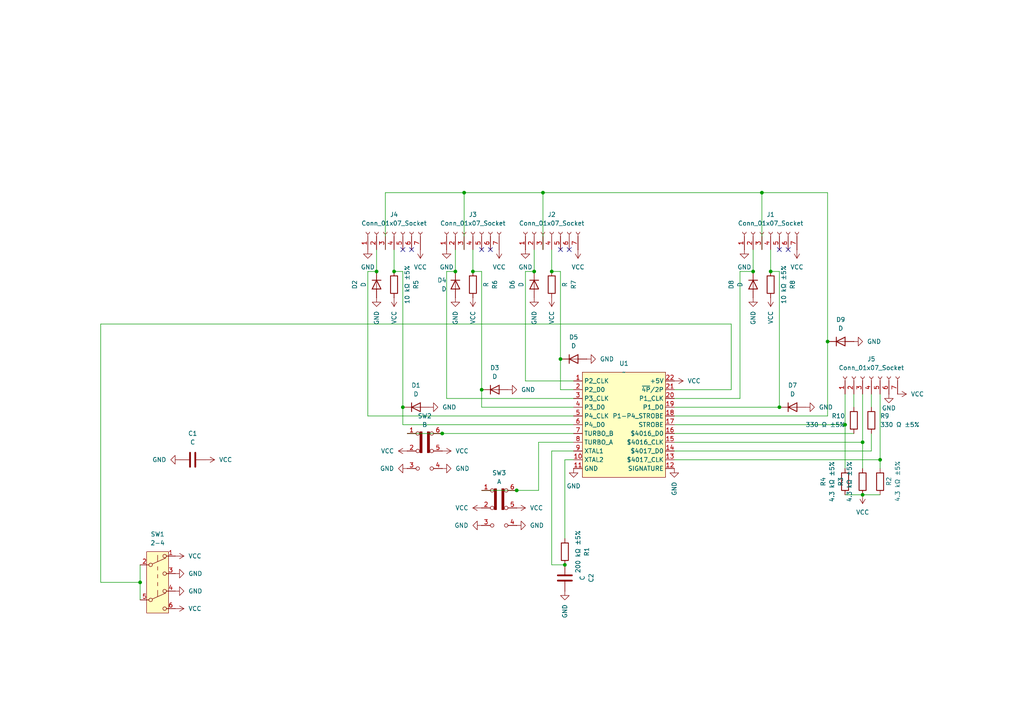
<source format=kicad_sch>
(kicad_sch (version 20231120) (generator "eeschema") (generator_version "8.0")
  (paper "A4")
  (lib_symbols
    (symbol "Connector:Conn_01x07_Socket" (pin_names (offset 1.016) hide)
      (property "Reference" "J" (at 0 10.16 0))
      (property "Value" "Conn_01x07_Socket" (at 0 -10.16 0))
      (symbol "Conn_01x07_Socket_1_1"
        (arc (start 0 -7.112) (mid -0.5058 -7.62) (end 0 -8.128) (stroke (width 0.1524)))
        (arc (start 0 -4.572) (mid -0.5058 -5.08) (end 0 -5.588) (stroke (width 0.1524)))
        (arc (start 0 -2.032) (mid -0.5058 -2.54) (end 0 -3.048) (stroke (width 0.1524)))
        (polyline (pts (xy -1.27 -7.62) (xy -0.508 -7.62)) (stroke (width 0.1524)))
        (polyline (pts (xy -1.27 -5.08) (xy -0.508 -5.08)) (stroke (width 0.1524)))
        (polyline (pts (xy -1.27 -2.54) (xy -0.508 -2.54)) (stroke (width 0.1524)))
        (polyline (pts (xy -1.27 0) (xy -0.508 0)) (stroke (width 0.1524)))
        (polyline (pts (xy -1.27 2.54) (xy -0.508 2.54)) (stroke (width 0.1524)))
        (polyline (pts (xy -1.27 5.08) (xy -0.508 5.08)) (stroke (width 0.1524)))
        (polyline (pts (xy -1.27 7.62) (xy -0.508 7.62)) (stroke (width 0.1524)))
        (arc (start 0 0.508) (mid -0.5058 0) (end 0 -0.508) (stroke (width 0.1524)))
        (arc (start 0 3.048) (mid -0.5058 2.54) (end 0 2.032) (stroke (width 0.1524)))
        (arc (start 0 5.588) (mid -0.5058 5.08) (end 0 4.572) (stroke (width 0.1524)))
        (arc (start 0 8.128) (mid -0.5058 7.62) (end 0 7.112) (stroke (width 0.1524)))
        (pin passive line (at -5.08 7.62 0) (length 3.81) (name "Pin_1") (number "1"))
        (pin passive line (at -5.08 5.08 0) (length 3.81) (name "Pin_2") (number "2"))
        (pin passive line (at -5.08 2.54 0) (length 3.81) (name "Pin_3") (number "3"))
        (pin passive line (at -5.08 0 0) (length 3.81) (name "Pin_4") (number "4"))
        (pin passive line (at -5.08 -2.54 0) (length 3.81) (name "Pin_5") (number "5"))
        (pin passive line (at -5.08 -5.08 0) (length 3.81) (name "Pin_6") (number "6"))
        (pin passive line (at -5.08 -7.62 0) (length 3.81) (name "Pin_7") (number "7"))
      )
    )
    (symbol "Device:C" (pin_numbers hide) (pin_names (offset 0.254))
      (property "Reference" "C" (at 0.635 2.54 0))
      (property "Value" "C" (at 0.635 -2.54 0))
      (symbol "C_0_1"
        (polyline (pts (xy -2.032 -0.762) (xy 2.032 -0.762)) (stroke (width 0.508)))
        (polyline (pts (xy -2.032 0.762) (xy 2.032 0.762)) (stroke (width 0.508)))
      )
      (symbol "C_1_1"
        (pin passive line (at 0 3.81 270) (length 2.794) (name "~") (number "1"))
        (pin passive line (at 0 -3.81 90) (length 2.794) (name "~") (number "2"))
      )
    )
    (symbol "Device:D" (pin_numbers hide) (pin_names (offset 1.016) hide)
      (property "Reference" "D" (at 0 2.54 0))
      (property "Value" "D" (at 0 -2.54 0))
      (symbol "D_0_1"
        (polyline (pts (xy -1.27 1.27) (xy -1.27 -1.27)) (stroke (width 0.254)))
        (polyline (pts (xy 1.27 0) (xy -1.27 0)))
        (polyline (pts (xy 1.27 1.27) (xy 1.27 -1.27) (xy -1.27 0) (xy 1.27 1.27)) (stroke (width 0.254)))
      )
      (symbol "D_1_1"
        (pin passive line (at -3.81 0 0) (length 2.54) (name "K") (number "1"))
        (pin passive line (at 3.81 0 180) (length 2.54) (name "A") (number "2"))
      )
    )
    (symbol "Device:R" (pin_numbers hide) (pin_names (offset 0))
      (property "Reference" "R" (at 2.032 0 90))
      (property "Value" "R" (at 0 0 90))
      (symbol "R_0_1"
        (rectangle (start -1.016 -2.54) (end 1.016 2.54) (stroke (width 0.254)))
      )
      (symbol "R_1_1"
        (pin passive line (at 0 3.81 270) (length 1.27) (name "~") (number "1"))
        (pin passive line (at 0 -3.81 90) (length 1.27) (name "~") (number "2"))
      )
    )
    (symbol "Jumper:Jumper_2_Bridged" (pin_numbers hide) (pin_names (offset 0) hide) (exclude_from_sim yes)
      (property "Reference" "JP" (at 0 1.905 0))
      (property "Value" "Jumper_2_Bridged" (at 0 -2.54 0))
      (symbol "Jumper_2_Bridged_0_0"
        (circle (center -2.032 0) (radius 0.508))
        (circle (center 2.032 0) (radius 0.508))
      )
      (symbol "Jumper_2_Bridged_0_1"
        (arc (start 1.524 0.254) (mid 0 0.762) (end -1.524 0.254))
      )
      (symbol "Jumper_2_Bridged_1_1"
        (pin passive line (at -5.08 0 0) (length 2.54) (name "A") (number "1"))
        (pin passive line (at 5.08 0 180) (length 2.54) (name "B") (number "2"))
      )
    )
    (symbol "NES:FPA-PAL-S01"
      (property "Reference" "U" (at 0 2.032 0))
      (symbol "FPA-PAL-S01_0_0"
        (pin output line (at -15.24 -2.54 0) (length 2.54) (name "P2_CLK") (number "1"))
        (pin output line (at -15.24 -25.4 0) (length 2.54) (name "XTAL2") (number "10"))
        (pin power_in line (at -15.24 -27.94 0) (length 2.54) (name "GND") (number "11"))
        (pin input line (at 13.97 -27.94 180) (length 2.54) (name "SIGNATURE") (number "12"))
        (pin input line (at 13.97 -25.4 180) (length 2.54) (name "$4017_CLK") (number "13"))
        (pin output line (at 13.97 -22.86 180) (length 2.54) (name "$4017_D0") (number "14"))
        (pin input line (at 13.97 -20.32 180) (length 2.54) (name "$4016_CLK") (number "15"))
        (pin output line (at 13.97 -17.78 180) (length 2.54) (name "$4016_D0") (number "16"))
        (pin input line (at 13.97 -15.24 180) (length 2.54) (name "STROBE") (number "17"))
        (pin output line (at 13.97 -12.7 180) (length 2.54) (name "P1-P4_STROBE") (number "18"))
        (pin input line (at 13.97 -10.16 180) (length 2.54) (name "P1_D0") (number "19"))
        (pin unspecified line (at -15.24 -5.08 0) (length 2.54) (name "P2_D0") (number "2"))
        (pin output line (at 13.97 -7.62 180) (length 2.54) (name "P1_CLK") (number "20"))
        (pin input line (at 13.97 -5.08 180) (length 2.54) (name "~{4P}/2P") (number "21"))
        (pin power_in line (at 13.97 -2.54 180) (length 2.54) (name "+5V") (number "22"))
        (pin output line (at -15.24 -7.62 0) (length 2.54) (name "P3_CLK") (number "3"))
        (pin unspecified line (at -15.24 -10.16 0) (length 2.54) (name "P3_D0") (number "4"))
        (pin output line (at -15.24 -12.7 0) (length 2.54) (name "P4_CLK") (number "5"))
        (pin unspecified line (at -15.24 -15.24 0) (length 2.54) (name "P4_D0") (number "6"))
        (pin input line (at -15.24 -17.78 0) (length 2.54) (name "TURBO_B") (number "7"))
        (pin input line (at -15.24 -20.32 0) (length 2.54) (name "TURBO_A") (number "8"))
        (pin input line (at -15.24 -22.86 0) (length 2.54) (name "XTAL1") (number "9"))
      )
      (symbol "FPA-PAL-S01_1_1"
        (rectangle (start -12.7 0) (end 11.43 -30.48) (fill (type background)))
      )
    )
    (symbol "Switch:SW_Push_DPDT" (pin_names (offset 0) hide)
      (property "Reference" "SW" (at 0 10.16 0))
      (property "Value" "SW_Push_DPDT" (at 0 -10.16 0))
      (symbol "SW_Push_DPDT_0_0"
        (circle (center -2.032 -5.08) (radius 0.508))
        (circle (center -2.032 5.08) (radius 0.508))
        (circle (center 2.032 -7.62) (radius 0.508))
        (circle (center 2.032 2.54) (radius 0.508))
      )
      (symbol "SW_Push_DPDT_0_1"
        (polyline (pts (xy -1.524 -4.826) (xy 2.3368 -3.0988)))
        (polyline (pts (xy -1.524 5.334) (xy 2.3368 7.0612)))
        (polyline (pts (xy 0 -2.286) (xy 0 -4.064)))
        (polyline (pts (xy 0 -1.016) (xy 0 0)))
        (polyline (pts (xy 0 1.27) (xy 0 2.286)))
        (polyline (pts (xy 0 3.556) (xy 0 4.572)))
        (polyline (pts (xy 0 7.874) (xy 0 6.096)))
        (circle (center 2.032 -2.54) (radius 0.508))
        (circle (center 2.032 7.62) (radius 0.508))
      )
      (symbol "SW_Push_DPDT_1_1"
        (rectangle (start -3.175 8.89) (end 3.175 -8.89) (fill (type background)))
        (pin passive line (at 5.08 7.62 180) (length 2.54) (name "A") (number "1"))
        (pin passive line (at -5.08 5.08 0) (length 2.54) (name "B") (number "2"))
        (pin passive line (at 5.08 2.54 180) (length 2.54) (name "C") (number "3"))
        (pin passive line (at 5.08 -2.54 180) (length 2.54) (name "A") (number "4"))
        (pin passive line (at -5.08 -5.08 0) (length 2.54) (name "B") (number "5"))
        (pin passive line (at 5.08 -7.62 180) (length 2.54) (name "C") (number "6"))
      )
    )
    (symbol "Switch:SW_Slide_DPDT" (pin_names (offset 0) hide)
      (property "Reference" "SW" (at 0 6.858 0))
      (property "Value" "SW_Slide_DPDT" (at 0 -8.128 0))
      (symbol "SW_Slide_DPDT_0_0"
        (circle (center -2.032 -5.08) (radius 0.508))
        (circle (center -2.032 5.08) (radius 0.508))
        (circle (center 2.032 -5.08) (radius 0.508))
        (circle (center 2.032 0) (radius 0.508))
      )
      (symbol "SW_Slide_DPDT_0_1"
        (circle (center -2.032 0) (radius 0.508))
        (circle (center 2.032 5.08) (radius 0.508))
      )
      (symbol "SW_Slide_DPDT_1_1"
        (rectangle (start -1.397 5.588) (end -0.762 -0.508) (fill (type outline)))
        (rectangle (start 0.762 5.588) (end 1.397 -0.508) (fill (type outline)))
        (pin passive line (at -5.08 5.08 0) (length 2.54) (name "A") (number "1"))
        (pin passive line (at -5.08 0 0) (length 2.54) (name "B") (number "2"))
        (pin passive line (at -5.08 -5.08 0) (length 2.54) (name "C") (number "3"))
        (pin passive line (at 5.08 -5.08 180) (length 2.54) (name "A") (number "4"))
        (pin passive line (at 5.08 0 180) (length 2.54) (name "B") (number "5"))
        (pin passive line (at 5.08 5.08 180) (length 2.54) (name "C") (number "6"))
      )
    )
    (symbol "power:GND" (power) (pin_numbers hide) (pin_names (offset 0) hide)
      (property "Value" "GND" (at 0 -3.81 0))
      (symbol "GND_0_1"
        (polyline (pts (xy 0 0) (xy 0 -1.27) (xy 1.27 -1.27) (xy 0 -2.54) (xy -1.27 -1.27) (xy 0 -1.27)))
      )
      (symbol "GND_1_1"
        (pin power_in line (at 0 0 270) (length 0) (name "~") (number "1"))
      )
    )
    (symbol "power:VCC" (power) (pin_numbers hide) (pin_names (offset 0) hide)
      (property "Value" "VCC" (at 0 3.556 0))
      (symbol "VCC_0_1"
        (polyline (pts (xy -0.762 1.27) (xy 0 2.54)))
        (polyline (pts (xy 0 0) (xy 0 2.54)))
        (polyline (pts (xy 0 2.54) (xy 0.762 1.27)))
      )
      (symbol "VCC_1_1"
        (pin power_in line (at 0 0 90) (length 0) (name "~") (number "1"))
      )
    )
  )
  (junction (at 137.16 78.74))
  (junction (at 154.94 78.74))
  (junction (at 149.86 142.24))
  (junction (at 109.22 78.74))
  (junction (at 128.27 125.73))
  (junction (at 223.52 78.74))
  (junction (at 162.56 104.14))
  (junction (at 163.83 163.83))
  (junction (at -120.65 72.39))
  (junction (at 255.27 133.35))
  (junction (at 157.48 55.88))
  (junction (at -124.46 72.39))
  (junction (at 218.44 78.74))
  (junction (at 114.3 78.74))
  (junction (at 132.08 78.74))
  (junction (at 40.64 168.91))
  (junction (at 134.62 55.88))
  (junction (at 240.03 99.06))
  (junction (at 220.98 55.88))
  (junction (at 160.02 78.74))
  (junction (at 250.19 143.51))
  (junction (at 226.06 118.11))
  (junction (at 116.84 118.11))
  (junction (at -128.27 72.39))
  (junction (at 250.19 128.27))
  (junction (at -124.46 62.23))
  (junction (at -120.65 62.23))
  (junction (at 139.7 113.03))
  (junction (at 245.11 123.19))
  (junction (at -128.27 62.23))
  (no_connect (at 165.1 72.39))
  (no_connect (at 139.7 72.39))
  (no_connect (at 226.06 72.39))
  (no_connect (at 142.24 72.39))
  (no_connect (at 228.6 72.39))
  (no_connect (at 162.56 72.39))
  (no_connect (at 116.84 72.39))
  (no_connect (at 119.38 72.39))
  (wire (pts (xy 111.76 55.88) (xy 111.76 72.39)))
  (wire (pts (xy 166.37 123.19) (xy 116.84 123.19)))
  (wire (pts (xy -120.65 62.23) (xy -120.65 72.39)))
  (wire (pts (xy 252.73 125.73) (xy 252.73 130.81)))
  (wire (pts (xy 166.37 120.65) (xy 106.68 120.65)))
  (wire (pts (xy 129.54 115.57) (xy 129.54 78.74)))
  (wire (pts (xy 163.83 156.21) (xy 163.83 133.35)))
  (wire (pts (xy 29.21 168.91) (xy 40.64 168.91)))
  (wire (pts (xy 162.56 113.03) (xy 162.56 104.14)))
  (wire (pts (xy 212.09 113.03) (xy 212.09 93.98)))
  (wire (pts (xy 255.27 133.35) (xy 255.27 135.89)))
  (wire (pts (xy 195.58 115.57) (xy 214.63 115.57)))
  (wire (pts (xy 223.52 78.74) (xy 223.52 72.39)))
  (wire (pts (xy 154.94 72.39) (xy 154.94 78.74)))
  (wire (pts (xy 152.4 78.74) (xy 154.94 78.74)))
  (wire (pts (xy 40.64 163.83) (xy 40.64 168.91)))
  (wire (pts (xy 157.48 55.88) (xy 134.62 55.88)))
  (wire (pts (xy 132.08 72.39) (xy 132.08 78.74)))
  (wire (pts (xy 195.58 120.65) (xy 240.03 120.65)))
  (wire (pts (xy 195.58 123.19) (xy 245.11 123.19)))
  (wire (pts (xy 114.3 78.74) (xy 114.3 72.39)))
  (wire (pts (xy 156.21 142.24) (xy 149.86 142.24)))
  (wire (pts (xy 40.64 168.91) (xy 40.64 173.99)))
  (wire (pts (xy 195.58 133.35) (xy 255.27 133.35)))
  (wire (pts (xy 129.54 78.74) (xy 132.08 78.74)))
  (wire (pts (xy 240.03 120.65) (xy 240.03 99.06)))
  (wire (pts (xy 160.02 163.83) (xy 163.83 163.83)))
  (wire (pts (xy 152.4 110.49) (xy 152.4 78.74)))
  (wire (pts (xy 139.7 113.03) (xy 139.7 78.74)))
  (wire (pts (xy 226.06 118.11) (xy 226.06 78.74)))
  (wire (pts (xy 245.11 114.3) (xy 245.11 123.19)))
  (wire (pts (xy 160.02 72.39) (xy 160.02 78.74)))
  (wire (pts (xy 195.58 113.03) (xy 212.09 113.03)))
  (wire (pts (xy 220.98 55.88) (xy 220.98 72.39)))
  (wire (pts (xy 106.68 120.65) (xy 106.68 78.74)))
  (wire (pts (xy 139.7 78.74) (xy 137.16 78.74)))
  (wire (pts (xy 134.62 55.88) (xy 111.76 55.88)))
  (wire (pts (xy 195.58 125.73) (xy 247.65 125.73)))
  (wire (pts (xy 214.63 115.57) (xy 214.63 78.74)))
  (wire (pts (xy 162.56 78.74) (xy 160.02 78.74)))
  (wire (pts (xy 240.03 99.06) (xy 240.03 55.88)))
  (wire (pts (xy 250.19 128.27) (xy 250.19 135.89)))
  (wire (pts (xy 116.84 78.74) (xy 114.3 78.74)))
  (wire (pts (xy 214.63 78.74) (xy 218.44 78.74)))
  (wire (pts (xy 128.27 125.73) (xy 166.37 125.73)))
  (wire (pts (xy 137.16 72.39) (xy 137.16 78.74)))
  (wire (pts (xy 195.58 128.27) (xy 250.19 128.27)))
  (wire (pts (xy 255.27 114.3) (xy 255.27 133.35)))
  (wire (pts (xy -128.27 62.23) (xy -128.27 72.39)))
  (wire (pts (xy 250.19 143.51) (xy 255.27 143.51)))
  (wire (pts (xy 160.02 130.81) (xy 160.02 163.83)))
  (wire (pts (xy 166.37 118.11) (xy 139.7 118.11)))
  (wire (pts (xy 245.11 143.51) (xy 250.19 143.51)))
  (wire (pts (xy 247.65 114.3) (xy 247.65 118.11)))
  (wire (pts (xy 252.73 114.3) (xy 252.73 118.11)))
  (wire (pts (xy 29.21 93.98) (xy 29.21 168.91)))
  (wire (pts (xy 106.68 78.74) (xy 109.22 78.74)))
  (wire (pts (xy 212.09 93.98) (xy 29.21 93.98)))
  (wire (pts (xy 116.84 118.11) (xy 116.84 78.74)))
  (wire (pts (xy 220.98 55.88) (xy 157.48 55.88)))
  (wire (pts (xy 250.19 114.3) (xy 250.19 128.27)))
  (wire (pts (xy 218.44 72.39) (xy 218.44 78.74)))
  (wire (pts (xy 166.37 115.57) (xy 129.54 115.57)))
  (wire (pts (xy 166.37 113.03) (xy 162.56 113.03)))
  (wire (pts (xy 149.86 142.24) (xy 139.7 142.24)))
  (wire (pts (xy 166.37 128.27) (xy 156.21 128.27)))
  (wire (pts (xy 163.83 133.35) (xy 166.37 133.35)))
  (wire (pts (xy 240.03 55.88) (xy 220.98 55.88)))
  (wire (pts (xy 226.06 78.74) (xy 223.52 78.74)))
  (wire (pts (xy 109.22 72.39) (xy 109.22 78.74)))
  (wire (pts (xy 134.62 55.88) (xy 134.62 72.39)))
  (wire (pts (xy 156.21 128.27) (xy 156.21 142.24)))
  (wire (pts (xy 128.27 125.73) (xy 118.11 125.73)))
  (wire (pts (xy 116.84 123.19) (xy 116.84 118.11)))
  (wire (pts (xy 195.58 118.11) (xy 226.06 118.11)))
  (wire (pts (xy 166.37 110.49) (xy 152.4 110.49)))
  (wire (pts (xy 157.48 55.88) (xy 157.48 72.39)))
  (wire (pts (xy 139.7 118.11) (xy 139.7 113.03)))
  (wire (pts (xy 252.73 130.81) (xy 195.58 130.81)))
  (wire (pts (xy 245.11 123.19) (xy 245.11 135.89)))
  (wire (pts (xy -124.46 62.23) (xy -124.46 72.39)))
  (wire (pts (xy 162.56 78.74) (xy 162.56 104.14)))
  (wire (pts (xy 166.37 130.81) (xy 160.02 130.81)))
  (symbol (lib_id "power:VCC") (at 118.11 130.81 90) (unit 1)
    (property "Reference" "#PWR044" (effects (hide yes)))
    (property "Value" "VCC" (at 114.3 130.8099 90) (effects (justify left)))
    (property "Description" "Power symbol creates a global label with name \"VCC\"" (effects (hide yes)))
  )
  (symbol (lib_id "power:VCC") (at -120.65 62.23 0) (unit 1)
    (property "Reference" "#PWR023" (effects (hide yes)))
    (property "Value" "VCC" (at -120.65 57.15 0))
    (property "Description" "Power symbol creates a global label with name \"VCC\"" (effects (hide yes)))
  )
  (symbol (lib_id "Device:C") (at 55.88 133.35 90) (unit 1)
    (property "Reference" "C1" (at 55.88 125.73 90))
    (property "Value" "C" (at 55.88 128.27 90))
    (property "Footprint" "Capacitor_THT:C_Axial_L3.8mm_D2.6mm_P7.50mm_Horizontal" (effects (hide yes)))
    (property "Description" "Unpolarized capacitor" (effects (hide yes)))
  )
  (symbol (lib_id "power:GND") (at 149.86 152.4 90) (unit 1)
    (property "Reference" "#PWR039" (effects (hide yes)))
    (property "Value" "GND" (at 153.67 152.3999 90) (effects (justify right)))
    (property "Description" "Power symbol creates a global label with name \"GND\" , ground" (effects (hide yes)))
  )
  (symbol (lib_id "power:VCC") (at 149.86 147.32 270) (unit 1)
    (property "Reference" "#PWR046" (effects (hide yes)))
    (property "Value" "VCC" (at 153.67 147.3199 90) (effects (justify left)))
    (property "Description" "Power symbol creates a global label with name \"VCC\"" (effects (hide yes)))
  )
  (symbol (lib_id "Device:D") (at 154.94 82.55 90) (mirror x) (unit 1)
    (property "Reference" "D6" (at 148.59 82.55 0))
    (property "Value" "D" (at 151.13 82.55 0))
    (property "Footprint" "Diode_THT:D_DO-34_SOD68_P7.62mm_Horizontal" (effects (hide yes)))
    (property "Description" "Diode" (effects (hide yes)))
    (property "Sim.Device" "D" (effects (hide yes)))
    (property "Sim.Pins" "1=K 2=A" (effects (hide yes)))
  )
  (symbol (lib_id "Jumper:Jumper_2_Bridged") (at -128.27 67.31 90) (mirror x) (unit 1) (exclude_from_sim yes)
    (property "Reference" "JP3" (at -127 66.0399 90) (effects (justify right)))
    (property "Value" "Jumper_2_Bridged" (at -127 68.5799 90) (effects (justify right)))
    (property "Footprint" "Resistor_THT:R_Axial_DIN0204_L3.6mm_D1.6mm_P7.62mm_Horizontal" (effects (hide yes)))
    (property "Description" "Jumper, 2-pole, closed/bridged" (effects (hide yes)))
  )
  (symbol (lib_id "Jumper:Jumper_2_Bridged") (at -124.46 67.31 90) (mirror x) (unit 1) (exclude_from_sim yes)
    (property "Reference" "JP2" (at -123.19 66.0399 90) (effects (justify right)))
    (property "Value" "Jumper_2_Bridged" (at -123.19 68.5799 90) (effects (justify right)))
    (property "Footprint" "Resistor_THT:R_Axial_DIN0204_L3.6mm_D1.6mm_P7.62mm_Horizontal" (effects (hide yes)))
    (property "Description" "Jumper, 2-pole, closed/bridged" (effects (hide yes)))
  )
  (symbol (lib_id "power:GND") (at 132.08 86.36 0) (unit 1)
    (property "Reference" "#PWR037" (effects (hide yes)))
    (property "Value" "GND" (at 132.0801 90.17 90) (effects (justify right)))
    (property "Description" "Power symbol creates a global label with name \"GND\" , ground" (effects (hide yes)))
  )
  (symbol (lib_id "Connector:Conn_01x07_Socket") (at 252.73 109.22 90) (unit 1)
    (property "Reference" "J5" (at 252.73 104.14 90))
    (property "Value" "Conn_01x07_Socket" (at 252.73 106.68 90))
    (property "Footprint" "Connector_PinHeader_2.54mm:PinHeader_1x07_P2.54mm_Vertical" (effects (hide yes)))
    (property "Description" "Generic connector, single row, 01x07, script generated" (effects (hide yes)))
  )
  (symbol (lib_id "Device:D") (at 120.65 118.11 0) (unit 1)
    (property "Reference" "D1" (at 120.65 111.76 0))
    (property "Value" "D" (at 120.65 114.3 0))
    (property "Footprint" "Diode_THT:D_DO-34_SOD68_P7.62mm_Horizontal" (effects (hide yes)))
    (property "Description" "Diode" (effects (hide yes)))
    (property "Sim.Device" "D" (effects (hide yes)))
    (property "Sim.Pins" "1=K 2=A" (effects (hide yes)))
  )
  (symbol (lib_id "power:VCC") (at 250.19 143.51 180) (unit 1)
    (property "Reference" "#PWR048" (effects (hide yes)))
    (property "Value" "VCC" (at 250.19 148.59 0))
    (property "Description" "Power symbol creates a global label with name \"VCC\"" (effects (hide yes)))
  )
  (symbol (lib_id "power:GND") (at 166.37 135.89 0) (unit 1)
    (property "Reference" "#PWR042" (effects (hide yes)))
    (property "Value" "GND" (at 166.37 140.97 0))
    (property "Description" "Power symbol creates a global label with name \"GND\" , ground" (effects (hide yes)))
  )
  (symbol (lib_id "power:GND") (at 163.83 171.45 0) (unit 1)
    (property "Reference" "#PWR08" (effects (hide yes)))
    (property "Value" "GND" (at 163.8301 175.26 90) (effects (justify right)))
    (property "Description" "Power symbol creates a global label with name \"GND\" , ground" (effects (hide yes)))
  )
  (symbol (lib_id "power:GND") (at -128.27 62.23 180) (unit 1)
    (property "Reference" "#PWR026" (effects (hide yes)))
    (property "Value" "GND" (at -128.27 57.15 0))
    (property "Description" "Power symbol creates a global label with name \"GND\" , ground" (effects (hide yes)))
  )
  (symbol (lib_id "power:GND") (at 247.65 99.06 90) (unit 1)
    (property "Reference" "#PWR030" (effects (hide yes)))
    (property "Value" "GND" (at 251.46 99.0599 90) (effects (justify right)))
    (property "Description" "Power symbol creates a global label with name \"GND\" , ground" (effects (hide yes)))
  )
  (symbol (lib_id "power:VCC") (at 50.8 176.53 270) (unit 1)
    (property "Reference" "#PWR021" (effects (hide yes)))
    (property "Value" "VCC" (at 54.61 176.5299 90) (effects (justify left)))
    (property "Description" "Power symbol creates a global label with name \"VCC\"" (effects (hide yes)))
  )
  (symbol (lib_id "Device:R") (at 247.65 121.92 0) (mirror x) (unit 1)
    (property "Reference" "R10" (at 245.11 120.6499 0) (effects (justify right)))
    (property "Value" "330 Ω ±5%" (at 245.11 123.1899 0) (effects (justify right)))
    (property "Footprint" "Resistor_THT:R_Axial_DIN0204_L3.6mm_D1.6mm_P7.62mm_Horizontal" (effects (hide yes)))
    (property "Description" "Resistor" (effects (hide yes)))
  )
  (symbol (lib_id "power:GND") (at 52.07 133.35 270) (unit 1)
    (property "Reference" "#PWR07" (effects (hide yes)))
    (property "Value" "GND" (at 48.26 133.3499 90) (effects (justify right)))
    (property "Description" "Power symbol creates a global label with name \"GND\" , ground" (effects (hide yes)))
  )
  (symbol (lib_id "power:GND") (at 195.58 135.89 0) (unit 1)
    (property "Reference" "#PWR040" (effects (hide yes)))
    (property "Value" "GND" (at 195.5801 139.7 90) (effects (justify right)))
    (property "Description" "Power symbol creates a global label with name \"GND\" , ground" (effects (hide yes)))
  )
  (symbol (lib_id "power:GND") (at 128.27 135.89 90) (unit 1)
    (property "Reference" "#PWR05" (effects (hide yes)))
    (property "Value" "GND" (at 132.08 135.8899 90) (effects (justify right)))
    (property "Description" "Power symbol creates a global label with name \"GND\" , ground" (effects (hide yes)))
  )
  (symbol (lib_id "power:VCC") (at 137.16 86.36 0) (mirror x) (unit 1)
    (property "Reference" "#PWR033" (effects (hide yes)))
    (property "Value" "VCC" (at 137.1601 90.17 90) (effects (justify left)))
    (property "Description" "Power symbol creates a global label with name \"VCC\"" (effects (hide yes)))
  )
  (symbol (lib_id "power:GND") (at 154.94 86.36 0) (mirror y) (unit 1)
    (property "Reference" "#PWR028" (effects (hide yes)))
    (property "Value" "GND" (at 154.9399 90.17 90) (effects (justify right)))
    (property "Description" "Power symbol creates a global label with name \"GND\" , ground" (effects (hide yes)))
  )
  (symbol (lib_id "Connector:Conn_01x07_Socket") (at 137.16 67.31 90) (unit 1)
    (property "Reference" "J3" (at 137.16 62.23 90))
    (property "Value" "Conn_01x07_Socket" (at 137.16 64.77 90))
    (property "Footprint" "NES:Controller" (effects (hide yes)))
    (property "Description" "Generic connector, single row, 01x07, script generated" (effects (hide yes)))
  )
  (symbol (lib_id "power:GND") (at 129.54 72.39 0) (unit 1)
    (property "Reference" "#PWR010" (effects (hide yes)))
    (property "Value" "GND" (at 129.54 77.47 0))
    (property "Description" "Power symbol creates a global label with name \"GND\" , ground" (effects (hide yes)))
  )
  (symbol (lib_id "Device:D") (at 229.87 118.11 0) (unit 1)
    (property "Reference" "D7" (at 229.87 111.76 0))
    (property "Value" "D" (at 229.87 114.3 0))
    (property "Footprint" "Diode_THT:D_DO-34_SOD68_P7.62mm_Horizontal" (effects (hide yes)))
    (property "Description" "Diode" (effects (hide yes)))
    (property "Sim.Device" "D" (effects (hide yes)))
    (property "Sim.Pins" "1=K 2=A" (effects (hide yes)))
  )
  (symbol (lib_id "power:GND") (at -124.46 72.39 0) (unit 1)
    (property "Reference" "#PWR024" (effects (hide yes)))
    (property "Value" "GND" (at -124.46 77.47 0))
    (property "Description" "Power symbol creates a global label with name \"GND\" , ground" (effects (hide yes)))
  )
  (symbol (lib_id "Device:R") (at 163.83 160.02 0) (unit 1)
    (property "Reference" "R1" (at 170.18 160.02 90))
    (property "Value" "200 kΩ ±5%" (at 167.64 160.02 90))
    (property "Footprint" "Resistor_THT:R_Axial_DIN0204_L3.6mm_D1.6mm_P7.62mm_Horizontal" (effects (hide yes)))
    (property "Description" "Resistor" (effects (hide yes)))
  )
  (symbol (lib_id "power:GND") (at 257.81 114.3 0) (unit 1)
    (property "Reference" "#PWR01" (effects (hide yes)))
    (property "Value" "GND" (at 257.81 118.364 0))
    (property "Description" "Power symbol creates a global label with name \"GND\" , ground" (effects (hide yes)))
  )
  (symbol (lib_id "Switch:SW_Slide_DPDT") (at 144.78 147.32 0) (unit 1)
    (property "Reference" "SW3" (at 144.78 137.16 0))
    (property "Value" "A" (at 144.78 139.7 0))
    (property "Footprint" "Button_Switch_THT:SW_Push_2P2T_Toggle_CK_PVA2OAH5xxxxxxV2" (effects (hide yes)))
    (property "Description" "Slide Switch, dual pole double throw" (effects (hide yes)))
  )
  (symbol (lib_id "Device:R") (at 252.73 121.92 180) (unit 1)
    (property "Reference" "R9" (at 255.27 120.6499 0) (effects (justify right)))
    (property "Value" "330 Ω ±5%" (at 255.27 123.1899 0) (effects (justify right)))
    (property "Footprint" "Resistor_THT:R_Axial_DIN0204_L3.6mm_D1.6mm_P7.62mm_Horizontal" (effects (hide yes)))
    (property "Description" "Resistor" (effects (hide yes)))
  )
  (symbol (lib_id "Switch:SW_Slide_DPDT") (at 123.19 130.81 0) (unit 1)
    (property "Reference" "SW2" (at 123.19 120.65 0))
    (property "Value" "B" (at 123.19 123.19 0))
    (property "Footprint" "Button_Switch_THT:SW_Push_2P2T_Toggle_CK_PVA2OAH5xxxxxxV2" (effects (hide yes)))
    (property "Description" "Slide Switch, dual pole double throw" (effects (hide yes)))
  )
  (symbol (lib_id "power:GND") (at 152.4 72.39 0) (unit 1)
    (property "Reference" "#PWR011" (effects (hide yes)))
    (property "Value" "GND" (at 152.4 77.47 0))
    (property "Description" "Power symbol creates a global label with name \"GND\" , ground" (effects (hide yes)))
  )
  (symbol (lib_id "power:GND") (at -124.46 62.23 180) (unit 1)
    (property "Reference" "#PWR025" (effects (hide yes)))
    (property "Value" "GND" (at -124.46 57.15 0))
    (property "Description" "Power symbol creates a global label with name \"GND\" , ground" (effects (hide yes)))
  )
  (symbol (lib_id "power:VCC") (at 223.52 86.36 0) (mirror x) (unit 1)
    (property "Reference" "#PWR018" (effects (hide yes)))
    (property "Value" "VCC" (at 223.5201 90.17 90) (effects (justify left)))
    (property "Description" "Power symbol creates a global label with name \"VCC\"" (effects (hide yes)))
  )
  (symbol (lib_id "Device:D") (at 243.84 99.06 0) (unit 1)
    (property "Reference" "D9" (at 243.84 92.71 0))
    (property "Value" "D" (at 243.84 95.25 0))
    (property "Footprint" "Diode_THT:D_DO-34_SOD68_P7.62mm_Horizontal" (effects (hide yes)))
    (property "Description" "Diode" (effects (hide yes)))
    (property "Sim.Device" "D" (effects (hide yes)))
    (property "Sim.Pins" "1=K 2=A" (effects (hide yes)))
  )
  (symbol (lib_id "Device:D") (at 109.22 82.55 90) (mirror x) (unit 1)
    (property "Reference" "D2" (at 102.87 82.55 0))
    (property "Value" "D" (at 105.41 82.55 0))
    (property "Footprint" "Diode_THT:D_DO-34_SOD68_P7.62mm_Horizontal" (effects (hide yes)))
    (property "Description" "Diode" (effects (hide yes)))
    (property "Sim.Device" "D" (effects (hide yes)))
    (property "Sim.Pins" "1=K 2=A" (effects (hide yes)))
  )
  (symbol (lib_id "power:GND") (at 233.68 118.11 90) (unit 1)
    (property "Reference" "#PWR029" (effects (hide yes)))
    (property "Value" "GND" (at 237.49 118.1099 90) (effects (justify right)))
    (property "Description" "Power symbol creates a global label with name \"GND\" , ground" (effects (hide yes)))
  )
  (symbol (lib_id "Device:R") (at 245.11 139.7 0) (mirror y) (unit 1)
    (property "Reference" "R4" (at 238.76 139.7 90))
    (property "Value" "4.3 kΩ ±5%" (at 241.3 139.7 90))
    (property "Footprint" "Resistor_THT:R_Axial_DIN0204_L3.6mm_D1.6mm_P7.62mm_Horizontal" (effects (hide yes)))
    (property "Description" "Resistor" (effects (hide yes)))
  )
  (symbol (lib_id "power:VCC") (at 160.02 86.36 0) (mirror x) (unit 1)
    (property "Reference" "#PWR032" (effects (hide yes)))
    (property "Value" "VCC" (at 160.0201 90.17 90) (effects (justify left)))
    (property "Description" "Power symbol creates a global label with name \"VCC\"" (effects (hide yes)))
  )
  (symbol (lib_id "power:GND") (at 139.7 152.4 270) (unit 1)
    (property "Reference" "#PWR04" (effects (hide yes)))
    (property "Value" "GND" (at 135.89 152.3999 90) (effects (justify right)))
    (property "Description" "Power symbol creates a global label with name \"GND\" , ground" (effects (hide yes)))
  )
  (symbol (lib_id "power:GND") (at 170.18 104.14 90) (unit 1)
    (property "Reference" "#PWR043" (effects (hide yes)))
    (property "Value" "GND" (at 173.99 104.1399 90) (effects (justify right)))
    (property "Description" "Power symbol creates a global label with name \"GND\" , ground" (effects (hide yes)))
  )
  (symbol (lib_id "power:GND") (at 109.22 86.36 0) (unit 1)
    (property "Reference" "#PWR034" (effects (hide yes)))
    (property "Value" "GND" (at 109.2201 90.17 90) (effects (justify right)))
    (property "Description" "Power symbol creates a global label with name \"GND\" , ground" (effects (hide yes)))
  )
  (symbol (lib_id "Connector:Conn_01x07_Socket") (at 114.3 67.31 90) (unit 1)
    (property "Reference" "J4" (at 114.3 62.23 90))
    (property "Value" "Conn_01x07_Socket" (at 114.3 64.77 90))
    (property "Footprint" "NES:Controller" (effects (hide yes)))
    (property "Description" "Generic connector, single row, 01x07, script generated" (effects (hide yes)))
  )
  (symbol (lib_id "Device:D") (at 143.51 113.03 0) (unit 1)
    (property "Reference" "D3" (at 143.51 106.68 0))
    (property "Value" "D" (at 143.51 109.22 0))
    (property "Footprint" "Diode_THT:D_DO-34_SOD68_P7.62mm_Horizontal" (effects (hide yes)))
    (property "Description" "Diode" (effects (hide yes)))
    (property "Sim.Device" "D" (effects (hide yes)))
    (property "Sim.Pins" "1=K 2=A" (effects (hide yes)))
  )
  (symbol (lib_id "power:VCC") (at 128.27 130.81 270) (unit 1)
    (property "Reference" "#PWR047" (effects (hide yes)))
    (property "Value" "VCC" (at 132.08 130.8099 90) (effects (justify left)))
    (property "Description" "Power symbol creates a global label with name \"VCC\"" (effects (hide yes)))
  )
  (symbol (lib_id "NES:FPA-PAL-S01") (at 181.61 107.95 0) (unit 1)
    (property "Reference" "U1" (at 180.975 105.41 0))
    (property "Value" "~" (at 180.975 107.95 0))
    (property "Footprint" "Package_DIP:DIP-22_W10.16mm" (effects (hide yes)))
  )
  (symbol (lib_id "Device:D") (at 218.44 82.55 90) (mirror x) (unit 1)
    (property "Reference" "D8" (at 212.09 82.55 0))
    (property "Value" "D" (at 214.63 82.55 0))
    (property "Footprint" "Diode_THT:D_DO-34_SOD68_P7.62mm_Horizontal" (effects (hide yes)))
    (property "Description" "Diode" (effects (hide yes)))
    (property "Sim.Device" "D" (effects (hide yes)))
    (property "Sim.Pins" "1=K 2=A" (effects (hide yes)))
  )
  (symbol (lib_id "Device:R") (at 137.16 82.55 0) (mirror x) (unit 1)
    (property "Reference" "R6" (at 143.51 82.55 90))
    (property "Value" "R" (at 140.97 82.55 90))
    (property "Footprint" "Resistor_THT:R_Axial_DIN0204_L3.6mm_D1.6mm_P7.62mm_Horizontal" (effects (hide yes)))
    (property "Description" "Resistor" (effects (hide yes)))
  )
  (symbol (lib_id "power:GND") (at -128.27 72.39 0) (unit 1)
    (property "Reference" "#PWR027" (effects (hide yes)))
    (property "Value" "GND" (at -128.27 77.47 0))
    (property "Description" "Power symbol creates a global label with name \"GND\" , ground" (effects (hide yes)))
  )
  (symbol (lib_id "Device:R") (at 250.19 139.7 0) (mirror y) (unit 1)
    (property "Reference" "R3" (at 243.84 139.7 90))
    (property "Value" "4.3 kΩ ±5%" (at 246.38 139.7 90))
    (property "Footprint" "Resistor_THT:R_Axial_DIN0204_L3.6mm_D1.6mm_P7.62mm_Horizontal" (effects (hide yes)))
    (property "Description" "Resistor" (effects (hide yes)))
  )
  (symbol (lib_id "Device:D") (at 166.37 104.14 0) (unit 1)
    (property "Reference" "D5" (at 166.37 97.79 0))
    (property "Value" "D" (at 166.37 100.33 0))
    (property "Footprint" "Diode_THT:D_DO-34_SOD68_P7.62mm_Horizontal" (effects (hide yes)))
    (property "Description" "Diode" (effects (hide yes)))
    (property "Sim.Device" "D" (effects (hide yes)))
    (property "Sim.Pins" "1=K 2=A" (effects (hide yes)))
  )
  (symbol (lib_id "Connector:Conn_01x07_Socket") (at 160.02 67.31 90) (unit 1)
    (property "Reference" "J2" (at 160.02 62.23 90))
    (property "Value" "Conn_01x07_Socket" (at 160.02 64.77 90))
    (property "Footprint" "NES:Controller" (effects (hide yes)))
    (property "Description" "Generic connector, single row, 01x07, script generated" (effects (hide yes)))
  )
  (symbol (lib_id "power:GND") (at 50.8 171.45 90) (unit 1)
    (property "Reference" "#PWR02" (effects (hide yes)))
    (property "Value" "GND" (at 54.61 171.4499 90) (effects (justify right)))
    (property "Description" "Power symbol creates a global label with name \"GND\" , ground" (effects (hide yes)))
  )
  (symbol (lib_id "power:GND") (at 50.8 166.37 90) (unit 1)
    (property "Reference" "#PWR03" (effects (hide yes)))
    (property "Value" "GND" (at 54.61 166.3699 90) (effects (justify right)))
    (property "Description" "Power symbol creates a global label with name \"GND\" , ground" (effects (hide yes)))
  )
  (symbol (lib_id "Device:R") (at 223.52 82.55 0) (mirror y) (unit 1)
    (property "Reference" "R8" (at 229.87 82.55 90))
    (property "Value" "10 kΩ ±5%" (at 227.33 82.55 90))
    (property "Footprint" "Resistor_THT:R_Axial_DIN0204_L3.6mm_D1.6mm_P7.62mm_Horizontal" (effects (hide yes)))
    (property "Description" "Resistor" (effects (hide yes)))
  )
  (symbol (lib_id "power:VCC") (at 121.92 72.39 180) (unit 1)
    (property "Reference" "#PWR016" (effects (hide yes)))
    (property "Value" "VCC" (at 121.92 77.47 0))
    (property "Description" "Power symbol creates a global label with name \"VCC\"" (effects (hide yes)))
  )
  (symbol (lib_id "power:VCC") (at 144.78 72.39 180) (unit 1)
    (property "Reference" "#PWR015" (effects (hide yes)))
    (property "Value" "VCC" (at 144.78 77.47 0))
    (property "Description" "Power symbol creates a global label with name \"VCC\"" (effects (hide yes)))
  )
  (symbol (lib_id "power:VCC") (at 139.7 147.32 90) (unit 1)
    (property "Reference" "#PWR045" (effects (hide yes)))
    (property "Value" "VCC" (at 135.89 147.3199 90) (effects (justify left)))
    (property "Description" "Power symbol creates a global label with name \"VCC\"" (effects (hide yes)))
  )
  (symbol (lib_id "power:VCC") (at 260.35 114.3 270) (unit 1)
    (property "Reference" "#PWR019" (effects (hide yes)))
    (property "Value" "VCC" (at 264.16 114.2999 90) (effects (justify left)))
    (property "Description" "Power symbol creates a global label with name \"VCC\"" (effects (hide yes)))
  )
  (symbol (lib_id "power:VCC") (at 195.58 110.49 270) (unit 1)
    (property "Reference" "#PWR041" (effects (hide yes)))
    (property "Value" "VCC" (at 199.39 110.4899 90) (effects (justify left)))
    (property "Description" "Power symbol creates a global label with name \"VCC\"" (effects (hide yes)))
  )
  (symbol (lib_id "Device:R") (at 255.27 139.7 0) (unit 1)
    (property "Reference" "R2" (at 257.81 140.97 90) (effects (justify left)))
    (property "Value" "4.3 kΩ ±5%" (at 260.35 145.542 90) (effects (justify left)))
    (property "Footprint" "Resistor_THT:R_Axial_DIN0204_L3.6mm_D1.6mm_P7.62mm_Horizontal" (effects (hide yes)))
    (property "Description" "Resistor" (effects (hide yes)))
  )
  (symbol (lib_id "power:GND") (at 124.46 118.11 90) (unit 1)
    (property "Reference" "#PWR06" (effects (hide yes)))
    (property "Value" "GND" (at 128.27 118.1099 90) (effects (justify right)))
    (property "Description" "Power symbol creates a global label with name \"GND\" , ground" (effects (hide yes)))
  )
  (symbol (lib_id "Device:C") (at 163.83 167.64 0) (unit 1)
    (property "Reference" "C2" (at 171.45 167.64 90))
    (property "Value" "C" (at 168.91 167.64 90))
    (property "Footprint" "Capacitor_THT:C_Axial_L3.8mm_D2.6mm_P7.50mm_Horizontal" (effects (hide yes)))
    (property "Description" "Unpolarized capacitor" (effects (hide yes)))
  )
  (symbol (lib_id "power:VCC") (at 59.69 133.35 270) (unit 1)
    (property "Reference" "#PWR017" (effects (hide yes)))
    (property "Value" "VCC" (at 63.5 133.3499 90) (effects (justify left)))
    (property "Description" "Power symbol creates a global label with name \"VCC\"" (effects (hide yes)))
  )
  (symbol (lib_id "power:GND") (at 118.11 135.89 270) (unit 1)
    (property "Reference" "#PWR038" (effects (hide yes)))
    (property "Value" "GND" (at 114.3 135.8899 90) (effects (justify right)))
    (property "Description" "Power symbol creates a global label with name \"GND\" , ground" (effects (hide yes)))
  )
  (symbol (lib_id "Device:R") (at 160.02 82.55 0) (mirror x) (unit 1)
    (property "Reference" "R7" (at 166.37 82.55 90))
    (property "Value" "R" (at 163.83 82.55 90))
    (property "Footprint" "Resistor_THT:R_Axial_DIN0204_L3.6mm_D1.6mm_P7.62mm_Horizontal" (effects (hide yes)))
    (property "Description" "Resistor" (effects (hide yes)))
  )
  (symbol (lib_id "power:GND") (at 147.32 113.03 90) (unit 1)
    (property "Reference" "#PWR035" (effects (hide yes)))
    (property "Value" "GND" (at 151.13 113.0299 90) (effects (justify right)))
    (property "Description" "Power symbol creates a global label with name \"GND\" , ground" (effects (hide yes)))
  )
  (symbol (lib_id "power:GND") (at 215.9 72.39 0) (unit 1)
    (property "Reference" "#PWR012" (effects (hide yes)))
    (property "Value" "GND" (at 215.9 77.47 0))
    (property "Description" "Power symbol creates a global label with name \"GND\" , ground" (effects (hide yes)))
  )
  (symbol (lib_id "Device:R") (at 114.3 82.55 0) (mirror x) (unit 1)
    (property "Reference" "R5" (at 120.65 82.55 90))
    (property "Value" "10 kΩ ±5%" (at 118.11 82.55 90))
    (property "Footprint" "Resistor_THT:R_Axial_DIN0204_L3.6mm_D1.6mm_P7.62mm_Horizontal" (effects (hide yes)))
    (property "Description" "Resistor" (effects (hide yes)))
  )
  (symbol (lib_id "power:VCC") (at 50.8 161.29 270) (unit 1)
    (property "Reference" "#PWR020" (effects (hide yes)))
    (property "Value" "VCC" (at 54.61 161.2899 90) (effects (justify left)))
    (property "Description" "Power symbol creates a global label with name \"VCC\"" (effects (hide yes)))
  )
  (symbol (lib_id "power:GND") (at 218.44 86.36 0) (mirror y) (unit 1)
    (property "Reference" "#PWR031" (effects (hide yes)))
    (property "Value" "GND" (at 218.4399 90.17 90) (effects (justify right)))
    (property "Description" "Power symbol creates a global label with name \"GND\" , ground" (effects (hide yes)))
  )
  (symbol (lib_id "power:VCC") (at -120.65 72.39 180) (unit 1)
    (property "Reference" "#PWR022" (effects (hide yes)))
    (property "Value" "VCC" (at -120.65 77.47 0))
    (property "Description" "Power symbol creates a global label with name \"VCC\"" (effects (hide yes)))
  )
  (symbol (lib_id "power:VCC") (at 231.14 72.39 180) (unit 1)
    (property "Reference" "#PWR013" (effects (hide yes)))
    (property "Value" "VCC" (at 231.14 77.47 0))
    (property "Description" "Power symbol creates a global label with name \"VCC\"" (effects (hide yes)))
  )
  (symbol (lib_id "Jumper:Jumper_2_Bridged") (at -120.65 67.31 90) (mirror x) (unit 1) (exclude_from_sim yes)
    (property "Reference" "JP1" (at -119.38 66.0399 90) (effects (justify right)))
    (property "Value" "Jumper_2_Bridged" (at -119.38 68.5799 90) (effects (justify right)))
    (property "Footprint" "Resistor_THT:R_Axial_DIN0204_L3.6mm_D1.6mm_P7.62mm_Horizontal" (effects (hide yes)))
    (property "Description" "Jumper, 2-pole, closed/bridged" (effects (hide yes)))
  )
  (symbol (lib_id "power:VCC") (at 167.64 72.39 180) (unit 1)
    (property "Reference" "#PWR014" (effects (hide yes)))
    (property "Value" "VCC" (at 167.64 77.47 0))
    (property "Description" "Power symbol creates a global label with name \"VCC\"" (effects (hide yes)))
  )
  (symbol (lib_id "Connector:Conn_01x07_Socket") (at 223.52 67.31 90) (unit 1)
    (property "Reference" "J1" (at 223.52 62.23 90))
    (property "Value" "Conn_01x07_Socket" (at 223.52 64.77 90))
    (property "Footprint" "NES:Controller" (effects (hide yes)))
    (property "Description" "Generic connector, single row, 01x07, script generated" (effects (hide yes)))
  )
  (symbol (lib_id "Switch:SW_Push_DPDT") (at 45.72 168.91 0) (unit 1)
    (property "Reference" "SW1" (at 45.72 154.94 0))
    (property "Value" "2-4" (at 45.72 157.48 0))
    (property "Footprint" "Button_Switch_THT:SW_CK_JS202011CQN_DPDT_Straight" (effects (hide yes)))
    (property "Description" "Momentary Switch, dual pole double throw" (effects (hide yes)))
  )
  (symbol (lib_id "power:GND") (at 106.68 72.39 0) (unit 1)
    (property "Reference" "#PWR09" (effects (hide yes)))
    (property "Value" "GND" (at 106.68 77.47 0))
    (property "Description" "Power symbol creates a global label with name \"GND\" , ground" (effects (hide yes)))
  )
  (symbol (lib_id "Device:D") (at 132.08 82.55 90) (mirror x) (unit 1)
    (property "Reference" "D4" (at 129.54 81.2799 90) (effects (justify left)))
    (property "Value" "D" (at 129.54 83.8199 90) (effects (justify left)))
    (property "Footprint" "Diode_THT:D_DO-34_SOD68_P7.62mm_Horizontal" (effects (hide yes)))
    (property "Description" "Diode" (effects (hide yes)))
    (property "Sim.Device" "D" (effects (hide yes)))
    (property "Sim.Pins" "1=K 2=A" (effects (hide yes)))
  )
  (symbol (lib_id "power:VCC") (at 114.3 86.36 0) (mirror x) (unit 1)
    (property "Reference" "#PWR036" (effects (hide yes)))
    (property "Value" "VCC" (at 114.3001 90.17 90) (effects (justify left)))
    (property "Description" "Power symbol creates a global label with name \"VCC\"" (effects (hide yes)))
  )
)
</source>
